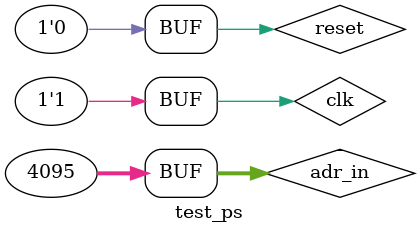
<source format=v>
`timescale 1ns/1ps

module test_ps;

	reg clk;
	reg[31:0] adr_in;
	reg reset;
	wire[31:0] adr_out;

always begin
	clk =0;
	#5
	clk = ~clk;
end 

initial begin
	#20	
	reset = 1;
	#5
	reset = 0;
	#1
	adr_in = 31'b01010;
	#2
	adr_in = 31'b00001;
	#2
	adr_in = 31'b111111111111;

end

endmodule

</source>
